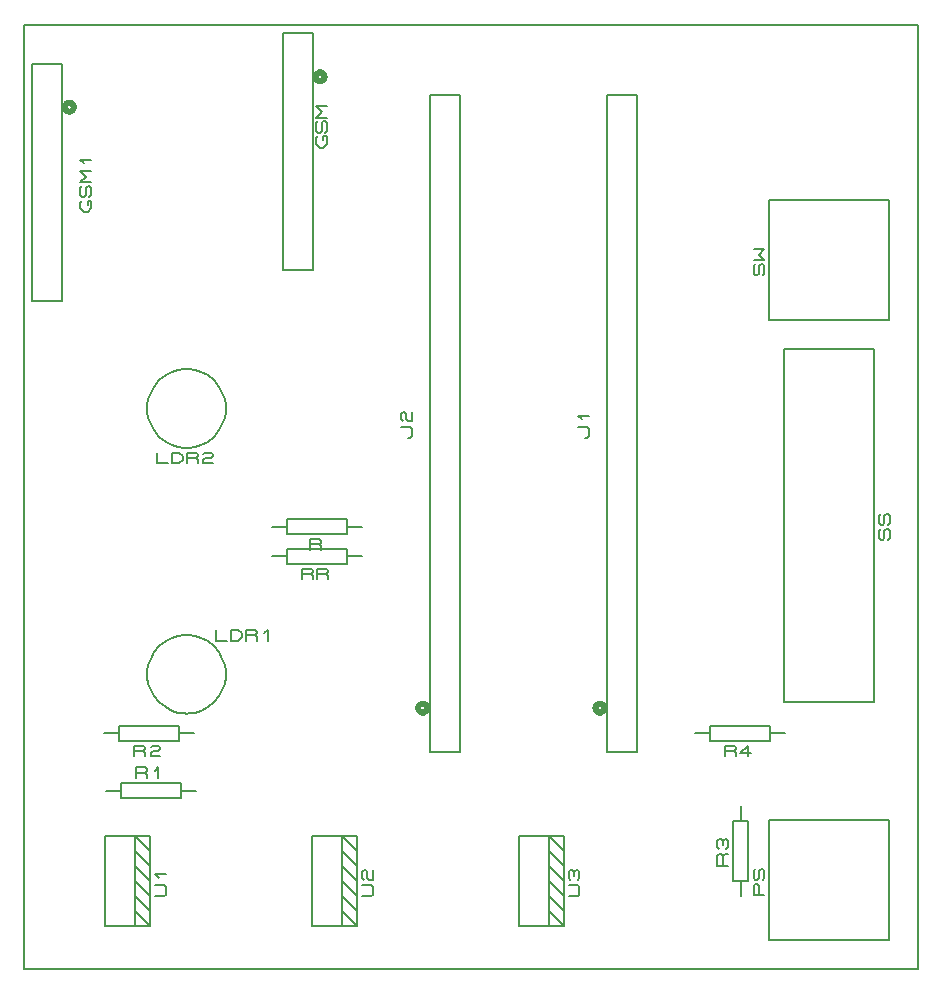
<source format=gbr>
G04 PROTEUS GERBER X2 FILE*
%TF.GenerationSoftware,Labcenter,Proteus,8.13-SP0-Build31525*%
%TF.CreationDate,2023-11-07T11:20:44+00:00*%
%TF.FileFunction,Legend,Top*%
%TF.FilePolarity,Positive*%
%TF.Part,Single*%
%TF.SameCoordinates,{293bebe2-65df-4ac3-85a1-89f43b831825}*%
%FSLAX45Y45*%
%MOMM*%
G01*
%TA.AperFunction,Material*%
%ADD17C,0.203200*%
%ADD18C,0.508000*%
%ADD19C,0.152400*%
%TD.AperFunction*%
D17*
X-13320000Y+2754000D02*
X-5750000Y+2754000D01*
X-5750000Y+10750000D01*
X-13320000Y+10750000D01*
X-13320000Y+2754000D01*
D18*
X-10771400Y+10308000D02*
X-10771531Y+10311158D01*
X-10772597Y+10317476D01*
X-10774828Y+10323794D01*
X-10778473Y+10330112D01*
X-10784048Y+10336351D01*
X-10790366Y+10340947D01*
X-10796684Y+10343880D01*
X-10803002Y+10345542D01*
X-10809320Y+10346100D01*
X-10809500Y+10346100D01*
X-10847600Y+10308000D02*
X-10847469Y+10311158D01*
X-10846403Y+10317476D01*
X-10844172Y+10323794D01*
X-10840527Y+10330112D01*
X-10834952Y+10336351D01*
X-10828634Y+10340947D01*
X-10822316Y+10343880D01*
X-10815998Y+10345542D01*
X-10809680Y+10346100D01*
X-10809500Y+10346100D01*
X-10847600Y+10308000D02*
X-10847469Y+10304842D01*
X-10846403Y+10298524D01*
X-10844172Y+10292206D01*
X-10840527Y+10285888D01*
X-10834952Y+10279649D01*
X-10828634Y+10275053D01*
X-10822316Y+10272120D01*
X-10815998Y+10270458D01*
X-10809680Y+10269900D01*
X-10809500Y+10269900D01*
X-10771400Y+10308000D02*
X-10771531Y+10304842D01*
X-10772597Y+10298524D01*
X-10774828Y+10292206D01*
X-10778473Y+10285888D01*
X-10784048Y+10279649D01*
X-10790366Y+10275053D01*
X-10796684Y+10272120D01*
X-10803002Y+10270458D01*
X-10809320Y+10269900D01*
X-10809500Y+10269900D01*
D19*
X-11127000Y+10676300D02*
X-11127000Y+8669700D01*
X-10873000Y+8669700D01*
X-10873000Y+10676300D01*
X-11127000Y+10676300D01*
D17*
X-10781560Y+9773000D02*
X-10781560Y+9804750D01*
X-10751080Y+9804750D01*
X-10751080Y+9741250D01*
X-10781560Y+9709500D01*
X-10812040Y+9709500D01*
X-10842520Y+9741250D01*
X-10842520Y+9788875D01*
X-10827280Y+9804750D01*
X-10766320Y+9836500D02*
X-10751080Y+9852375D01*
X-10751080Y+9915875D01*
X-10766320Y+9931750D01*
X-10781560Y+9931750D01*
X-10796800Y+9915875D01*
X-10796800Y+9852375D01*
X-10812040Y+9836500D01*
X-10827280Y+9836500D01*
X-10842520Y+9852375D01*
X-10842520Y+9915875D01*
X-10827280Y+9931750D01*
X-10751080Y+9963500D02*
X-10842520Y+9963500D01*
X-10796800Y+10011125D01*
X-10842520Y+10058750D01*
X-10751080Y+10058750D01*
X-7008000Y+3000000D02*
X-5992000Y+3000000D01*
X-7008000Y+4016000D02*
X-5992000Y+4016000D01*
X-5992000Y+3000000D02*
X-5992000Y+4016000D01*
X-7008000Y+3000000D02*
X-7008000Y+4016000D01*
X-7048640Y+3381000D02*
X-7140080Y+3381000D01*
X-7140080Y+3460375D01*
X-7124840Y+3476250D01*
X-7109600Y+3476250D01*
X-7094360Y+3460375D01*
X-7094360Y+3381000D01*
X-7063880Y+3508000D02*
X-7048640Y+3523875D01*
X-7048640Y+3587375D01*
X-7063880Y+3603250D01*
X-7079120Y+3603250D01*
X-7094360Y+3587375D01*
X-7094360Y+3523875D01*
X-7109600Y+3508000D01*
X-7124840Y+3508000D01*
X-7140080Y+3523875D01*
X-7140080Y+3587375D01*
X-7124840Y+3603250D01*
X-6881000Y+8004000D02*
X-6119000Y+8004000D01*
X-6119000Y+5019500D02*
X-6881000Y+5019500D01*
X-6119000Y+8004000D02*
X-6119000Y+5019500D01*
X-6881000Y+5019500D02*
X-6881000Y+8004000D01*
X-6002160Y+6384750D02*
X-5986920Y+6400625D01*
X-5986920Y+6464125D01*
X-6002160Y+6480000D01*
X-6017400Y+6480000D01*
X-6032640Y+6464125D01*
X-6032640Y+6400625D01*
X-6047880Y+6384750D01*
X-6063120Y+6384750D01*
X-6078360Y+6400625D01*
X-6078360Y+6464125D01*
X-6063120Y+6480000D01*
X-6002160Y+6511750D02*
X-5986920Y+6527625D01*
X-5986920Y+6591125D01*
X-6002160Y+6607000D01*
X-6017400Y+6607000D01*
X-6032640Y+6591125D01*
X-6032640Y+6527625D01*
X-6047880Y+6511750D01*
X-6063120Y+6511750D01*
X-6078360Y+6527625D01*
X-6078360Y+6591125D01*
X-6063120Y+6607000D01*
X-7008000Y+8246000D02*
X-5992000Y+8246000D01*
X-7008000Y+9262000D02*
X-5992000Y+9262000D01*
X-5992000Y+8246000D02*
X-5992000Y+9262000D01*
X-7008000Y+8246000D02*
X-7008000Y+9262000D01*
X-7063880Y+8627000D02*
X-7048640Y+8642875D01*
X-7048640Y+8706375D01*
X-7063880Y+8722250D01*
X-7079120Y+8722250D01*
X-7094360Y+8706375D01*
X-7094360Y+8642875D01*
X-7109600Y+8627000D01*
X-7124840Y+8627000D01*
X-7140080Y+8642875D01*
X-7140080Y+8706375D01*
X-7124840Y+8722250D01*
X-7140080Y+8754000D02*
X-7048640Y+8754000D01*
X-7094360Y+8801625D01*
X-7048640Y+8849250D01*
X-7140080Y+8849250D01*
X-10877000Y+3115000D02*
X-10623000Y+3115000D01*
X-10623000Y+3877000D01*
X-10877000Y+3877000D01*
X-10877000Y+3115000D01*
X-10623000Y+3877000D02*
X-10496000Y+3877000D01*
X-10496000Y+3115000D01*
X-10623000Y+3115000D01*
X-10623000Y+3877000D02*
X-10496000Y+3750000D01*
X-10623000Y+3750000D02*
X-10496000Y+3623000D01*
X-10623000Y+3623000D02*
X-10496000Y+3496000D01*
X-10623000Y+3496000D02*
X-10496000Y+3369000D01*
X-10623000Y+3369000D02*
X-10496000Y+3242000D01*
X-10623000Y+3242000D02*
X-10496000Y+3115000D01*
X-10455360Y+3369000D02*
X-10379160Y+3369000D01*
X-10363920Y+3384875D01*
X-10363920Y+3448375D01*
X-10379160Y+3464250D01*
X-10455360Y+3464250D01*
X-10440120Y+3511875D02*
X-10455360Y+3527750D01*
X-10455360Y+3575375D01*
X-10440120Y+3591250D01*
X-10424880Y+3591250D01*
X-10409640Y+3575375D01*
X-10409640Y+3527750D01*
X-10394400Y+3511875D01*
X-10363920Y+3511875D01*
X-10363920Y+3591250D01*
X-9127000Y+3115000D02*
X-8873000Y+3115000D01*
X-8873000Y+3877000D01*
X-9127000Y+3877000D01*
X-9127000Y+3115000D01*
X-8873000Y+3877000D02*
X-8746000Y+3877000D01*
X-8746000Y+3115000D01*
X-8873000Y+3115000D01*
X-8873000Y+3877000D02*
X-8746000Y+3750000D01*
X-8873000Y+3750000D02*
X-8746000Y+3623000D01*
X-8873000Y+3623000D02*
X-8746000Y+3496000D01*
X-8873000Y+3496000D02*
X-8746000Y+3369000D01*
X-8873000Y+3369000D02*
X-8746000Y+3242000D01*
X-8873000Y+3242000D02*
X-8746000Y+3115000D01*
X-8705360Y+3369000D02*
X-8629160Y+3369000D01*
X-8613920Y+3384875D01*
X-8613920Y+3448375D01*
X-8629160Y+3464250D01*
X-8705360Y+3464250D01*
X-8690120Y+3511875D02*
X-8705360Y+3527750D01*
X-8705360Y+3575375D01*
X-8690120Y+3591250D01*
X-8674880Y+3591250D01*
X-8659640Y+3575375D01*
X-8644400Y+3591250D01*
X-8629160Y+3591250D01*
X-8613920Y+3575375D01*
X-8613920Y+3527750D01*
X-8629160Y+3511875D01*
X-8659640Y+3543625D02*
X-8659640Y+3575375D01*
X-12627000Y+3115000D02*
X-12373000Y+3115000D01*
X-12373000Y+3877000D01*
X-12627000Y+3877000D01*
X-12627000Y+3115000D01*
X-12373000Y+3877000D02*
X-12246000Y+3877000D01*
X-12246000Y+3115000D01*
X-12373000Y+3115000D01*
X-12373000Y+3877000D02*
X-12246000Y+3750000D01*
X-12373000Y+3750000D02*
X-12246000Y+3623000D01*
X-12373000Y+3623000D02*
X-12246000Y+3496000D01*
X-12373000Y+3496000D02*
X-12246000Y+3369000D01*
X-12373000Y+3369000D02*
X-12246000Y+3242000D01*
X-12373000Y+3242000D02*
X-12246000Y+3115000D01*
X-12205360Y+3369000D02*
X-12129160Y+3369000D01*
X-12113920Y+3384875D01*
X-12113920Y+3448375D01*
X-12129160Y+3464250D01*
X-12205360Y+3464250D01*
X-12174880Y+3527750D02*
X-12205360Y+3559500D01*
X-12113920Y+3559500D01*
X-12623000Y+4266000D02*
X-12496000Y+4266000D01*
X-12496000Y+4202500D02*
X-11988000Y+4202500D01*
X-11988000Y+4329500D01*
X-12496000Y+4329500D01*
X-12496000Y+4202500D01*
X-11988000Y+4266000D02*
X-11861000Y+4266000D01*
X-12369000Y+4370140D02*
X-12369000Y+4461580D01*
X-12289625Y+4461580D01*
X-12273750Y+4446340D01*
X-12273750Y+4431100D01*
X-12289625Y+4415860D01*
X-12369000Y+4415860D01*
X-12289625Y+4415860D02*
X-12273750Y+4400620D01*
X-12273750Y+4370140D01*
X-12210250Y+4431100D02*
X-12178500Y+4461580D01*
X-12178500Y+4370140D01*
X-10453000Y+6500000D02*
X-10580000Y+6500000D01*
X-11088000Y+6436500D02*
X-10580000Y+6436500D01*
X-10580000Y+6563500D01*
X-11088000Y+6563500D01*
X-11088000Y+6436500D01*
X-11088000Y+6500000D02*
X-11215000Y+6500000D01*
X-10897500Y+6304420D02*
X-10897500Y+6395860D01*
X-10818125Y+6395860D01*
X-10802250Y+6380620D01*
X-10802250Y+6365380D01*
X-10818125Y+6350140D01*
X-10897500Y+6350140D01*
X-10818125Y+6350140D02*
X-10802250Y+6334900D01*
X-10802250Y+6304420D01*
X-11608634Y+7500000D02*
X-11609694Y+7526500D01*
X-11618297Y+7579502D01*
X-11636234Y+7632504D01*
X-11665323Y+7685506D01*
X-11709679Y+7738446D01*
X-11762681Y+7780206D01*
X-11815683Y+7807499D01*
X-11868685Y+7824003D01*
X-11921687Y+7831332D01*
X-11940500Y+7831866D01*
X-12272366Y+7500000D02*
X-12271306Y+7526500D01*
X-12262703Y+7579502D01*
X-12244766Y+7632504D01*
X-12215677Y+7685506D01*
X-12171321Y+7738446D01*
X-12118319Y+7780206D01*
X-12065317Y+7807499D01*
X-12012315Y+7824003D01*
X-11959313Y+7831332D01*
X-11940500Y+7831866D01*
X-12272366Y+7500000D02*
X-12271306Y+7473500D01*
X-12262703Y+7420498D01*
X-12244766Y+7367496D01*
X-12215677Y+7314494D01*
X-12171321Y+7261554D01*
X-12118319Y+7219794D01*
X-12065317Y+7192501D01*
X-12012315Y+7175997D01*
X-11959313Y+7168668D01*
X-11940500Y+7168134D01*
X-11608634Y+7500000D02*
X-11609694Y+7473500D01*
X-11618297Y+7420498D01*
X-11636234Y+7367496D01*
X-11665323Y+7314494D01*
X-11709679Y+7261554D01*
X-11762681Y+7219794D01*
X-11815683Y+7192501D01*
X-11868685Y+7175997D01*
X-11921687Y+7168668D01*
X-11940500Y+7168134D01*
X-12194500Y+7127494D02*
X-12194500Y+7036054D01*
X-12099250Y+7036054D01*
X-12067500Y+7036054D02*
X-12067500Y+7127494D01*
X-12004000Y+7127494D01*
X-11972250Y+7097014D01*
X-11972250Y+7066534D01*
X-12004000Y+7036054D01*
X-12067500Y+7036054D01*
X-11940500Y+7036054D02*
X-11940500Y+7127494D01*
X-11861125Y+7127494D01*
X-11845250Y+7112254D01*
X-11845250Y+7097014D01*
X-11861125Y+7081774D01*
X-11940500Y+7081774D01*
X-11861125Y+7081774D02*
X-11845250Y+7066534D01*
X-11845250Y+7036054D01*
X-11797625Y+7112254D02*
X-11781750Y+7127494D01*
X-11734125Y+7127494D01*
X-11718250Y+7112254D01*
X-11718250Y+7097014D01*
X-11734125Y+7081774D01*
X-11781750Y+7081774D01*
X-11797625Y+7066534D01*
X-11797625Y+7036054D01*
X-11718250Y+7036054D01*
X-11608634Y+5250000D02*
X-11609694Y+5276500D01*
X-11618297Y+5329502D01*
X-11636234Y+5382504D01*
X-11665323Y+5435506D01*
X-11709679Y+5488446D01*
X-11762681Y+5530206D01*
X-11815683Y+5557499D01*
X-11868685Y+5574003D01*
X-11921687Y+5581332D01*
X-11940500Y+5581866D01*
X-12272366Y+5250000D02*
X-12271306Y+5276500D01*
X-12262703Y+5329502D01*
X-12244766Y+5382504D01*
X-12215677Y+5435506D01*
X-12171321Y+5488446D01*
X-12118319Y+5530206D01*
X-12065317Y+5557499D01*
X-12012315Y+5574003D01*
X-11959313Y+5581332D01*
X-11940500Y+5581866D01*
X-12272366Y+5250000D02*
X-12271306Y+5223500D01*
X-12262703Y+5170498D01*
X-12244766Y+5117496D01*
X-12215677Y+5064494D01*
X-12171321Y+5011554D01*
X-12118319Y+4969794D01*
X-12065317Y+4942501D01*
X-12012315Y+4925997D01*
X-11959313Y+4918668D01*
X-11940500Y+4918134D01*
X-11608634Y+5250000D02*
X-11609694Y+5223500D01*
X-11618297Y+5170498D01*
X-11636234Y+5117496D01*
X-11665323Y+5064494D01*
X-11709679Y+5011554D01*
X-11762681Y+4969794D01*
X-11815683Y+4942501D01*
X-11868685Y+4925997D01*
X-11921687Y+4918668D01*
X-11940500Y+4918134D01*
X-11694500Y+5627494D02*
X-11694500Y+5536054D01*
X-11599250Y+5536054D01*
X-11567500Y+5536054D02*
X-11567500Y+5627494D01*
X-11504000Y+5627494D01*
X-11472250Y+5597014D01*
X-11472250Y+5566534D01*
X-11504000Y+5536054D01*
X-11567500Y+5536054D01*
X-11440500Y+5536054D02*
X-11440500Y+5627494D01*
X-11361125Y+5627494D01*
X-11345250Y+5612254D01*
X-11345250Y+5597014D01*
X-11361125Y+5581774D01*
X-11440500Y+5581774D01*
X-11361125Y+5581774D02*
X-11345250Y+5566534D01*
X-11345250Y+5536054D01*
X-11281750Y+5597014D02*
X-11250000Y+5627494D01*
X-11250000Y+5536054D01*
X-10457000Y+6250000D02*
X-10584000Y+6250000D01*
X-11092000Y+6186500D02*
X-10584000Y+6186500D01*
X-10584000Y+6313500D01*
X-11092000Y+6313500D01*
X-11092000Y+6186500D01*
X-11092000Y+6250000D02*
X-11219000Y+6250000D01*
X-10965000Y+6054420D02*
X-10965000Y+6145860D01*
X-10885625Y+6145860D01*
X-10869750Y+6130620D01*
X-10869750Y+6115380D01*
X-10885625Y+6100140D01*
X-10965000Y+6100140D01*
X-10885625Y+6100140D02*
X-10869750Y+6084900D01*
X-10869750Y+6054420D01*
X-10838000Y+6054420D02*
X-10838000Y+6145860D01*
X-10758625Y+6145860D01*
X-10742750Y+6130620D01*
X-10742750Y+6115380D01*
X-10758625Y+6100140D01*
X-10838000Y+6100140D01*
X-10758625Y+6100140D02*
X-10742750Y+6084900D01*
X-10742750Y+6054420D01*
D18*
X-8402400Y+4964000D02*
X-8402531Y+4967158D01*
X-8403597Y+4973476D01*
X-8405828Y+4979794D01*
X-8409473Y+4986112D01*
X-8415048Y+4992351D01*
X-8421366Y+4996947D01*
X-8427684Y+4999880D01*
X-8434002Y+5001542D01*
X-8440320Y+5002100D01*
X-8440500Y+5002100D01*
X-8478600Y+4964000D02*
X-8478469Y+4967158D01*
X-8477403Y+4973476D01*
X-8475172Y+4979794D01*
X-8471527Y+4986112D01*
X-8465952Y+4992351D01*
X-8459634Y+4996947D01*
X-8453316Y+4999880D01*
X-8446998Y+5001542D01*
X-8440680Y+5002100D01*
X-8440500Y+5002100D01*
X-8478600Y+4964000D02*
X-8478469Y+4960842D01*
X-8477403Y+4954524D01*
X-8475172Y+4948206D01*
X-8471527Y+4941888D01*
X-8465952Y+4935649D01*
X-8459634Y+4931053D01*
X-8453316Y+4928120D01*
X-8446998Y+4926458D01*
X-8440680Y+4925900D01*
X-8440500Y+4925900D01*
X-8402400Y+4964000D02*
X-8402531Y+4960842D01*
X-8403597Y+4954524D01*
X-8405828Y+4948206D01*
X-8409473Y+4941888D01*
X-8415048Y+4935649D01*
X-8421366Y+4931053D01*
X-8427684Y+4928120D01*
X-8434002Y+4926458D01*
X-8440320Y+4925900D01*
X-8440500Y+4925900D01*
D19*
X-8123000Y+4595700D02*
X-8123000Y+10158300D01*
X-8377000Y+10158300D01*
X-8377000Y+4595700D01*
X-8123000Y+4595700D01*
D17*
X-8564960Y+7250000D02*
X-8549720Y+7250000D01*
X-8534480Y+7265875D01*
X-8534480Y+7329375D01*
X-8549720Y+7345250D01*
X-8625920Y+7345250D01*
X-8595440Y+7408750D02*
X-8625920Y+7440500D01*
X-8534480Y+7440500D01*
D18*
X-9902400Y+4964000D02*
X-9902531Y+4967158D01*
X-9903597Y+4973476D01*
X-9905828Y+4979794D01*
X-9909473Y+4986112D01*
X-9915048Y+4992351D01*
X-9921366Y+4996947D01*
X-9927684Y+4999880D01*
X-9934002Y+5001542D01*
X-9940320Y+5002100D01*
X-9940500Y+5002100D01*
X-9978600Y+4964000D02*
X-9978469Y+4967158D01*
X-9977403Y+4973476D01*
X-9975172Y+4979794D01*
X-9971527Y+4986112D01*
X-9965952Y+4992351D01*
X-9959634Y+4996947D01*
X-9953316Y+4999880D01*
X-9946998Y+5001542D01*
X-9940680Y+5002100D01*
X-9940500Y+5002100D01*
X-9978600Y+4964000D02*
X-9978469Y+4960842D01*
X-9977403Y+4954524D01*
X-9975172Y+4948206D01*
X-9971527Y+4941888D01*
X-9965952Y+4935649D01*
X-9959634Y+4931053D01*
X-9953316Y+4928120D01*
X-9946998Y+4926458D01*
X-9940680Y+4925900D01*
X-9940500Y+4925900D01*
X-9902400Y+4964000D02*
X-9902531Y+4960842D01*
X-9903597Y+4954524D01*
X-9905828Y+4948206D01*
X-9909473Y+4941888D01*
X-9915048Y+4935649D01*
X-9921366Y+4931053D01*
X-9927684Y+4928120D01*
X-9934002Y+4926458D01*
X-9940320Y+4925900D01*
X-9940500Y+4925900D01*
D19*
X-9623000Y+4595700D02*
X-9623000Y+10158300D01*
X-9877000Y+10158300D01*
X-9877000Y+4595700D01*
X-9623000Y+4595700D01*
D17*
X-10064960Y+7250000D02*
X-10049720Y+7250000D01*
X-10034480Y+7265875D01*
X-10034480Y+7329375D01*
X-10049720Y+7345250D01*
X-10125920Y+7345250D01*
X-10110680Y+7392875D02*
X-10125920Y+7408750D01*
X-10125920Y+7456375D01*
X-10110680Y+7472250D01*
X-10095440Y+7472250D01*
X-10080200Y+7456375D01*
X-10080200Y+7408750D01*
X-10064960Y+7392875D01*
X-10034480Y+7392875D01*
X-10034480Y+7472250D01*
X-6873000Y+4750000D02*
X-7000000Y+4750000D01*
X-7508000Y+4686500D02*
X-7000000Y+4686500D01*
X-7000000Y+4813500D01*
X-7508000Y+4813500D01*
X-7508000Y+4686500D01*
X-7508000Y+4750000D02*
X-7635000Y+4750000D01*
X-7381000Y+4554420D02*
X-7381000Y+4645860D01*
X-7301625Y+4645860D01*
X-7285750Y+4630620D01*
X-7285750Y+4615380D01*
X-7301625Y+4600140D01*
X-7381000Y+4600140D01*
X-7301625Y+4600140D02*
X-7285750Y+4584900D01*
X-7285750Y+4554420D01*
X-7158750Y+4584900D02*
X-7254000Y+4584900D01*
X-7190500Y+4645860D01*
X-7190500Y+4554420D01*
X-11877000Y+4750000D02*
X-12004000Y+4750000D01*
X-12512000Y+4686500D02*
X-12004000Y+4686500D01*
X-12004000Y+4813500D01*
X-12512000Y+4813500D01*
X-12512000Y+4686500D01*
X-12512000Y+4750000D02*
X-12639000Y+4750000D01*
X-12385000Y+4554420D02*
X-12385000Y+4645860D01*
X-12305625Y+4645860D01*
X-12289750Y+4630620D01*
X-12289750Y+4615380D01*
X-12305625Y+4600140D01*
X-12385000Y+4600140D01*
X-12305625Y+4600140D02*
X-12289750Y+4584900D01*
X-12289750Y+4554420D01*
X-12242125Y+4630620D02*
X-12226250Y+4645860D01*
X-12178625Y+4645860D01*
X-12162750Y+4630620D01*
X-12162750Y+4615380D01*
X-12178625Y+4600140D01*
X-12226250Y+4600140D01*
X-12242125Y+4584900D01*
X-12242125Y+4554420D01*
X-12162750Y+4554420D01*
X-7250000Y+3377000D02*
X-7250000Y+3504000D01*
X-7313500Y+3504000D02*
X-7186500Y+3504000D01*
X-7186500Y+4012000D01*
X-7313500Y+4012000D01*
X-7313500Y+3504000D01*
X-7250000Y+4012000D02*
X-7250000Y+4139000D01*
X-7354140Y+3631000D02*
X-7445580Y+3631000D01*
X-7445580Y+3710375D01*
X-7430340Y+3726250D01*
X-7415100Y+3726250D01*
X-7399860Y+3710375D01*
X-7399860Y+3631000D01*
X-7399860Y+3710375D02*
X-7384620Y+3726250D01*
X-7354140Y+3726250D01*
X-7430340Y+3773875D02*
X-7445580Y+3789750D01*
X-7445580Y+3837375D01*
X-7430340Y+3853250D01*
X-7415100Y+3853250D01*
X-7399860Y+3837375D01*
X-7384620Y+3853250D01*
X-7369380Y+3853250D01*
X-7354140Y+3837375D01*
X-7354140Y+3789750D01*
X-7369380Y+3773875D01*
X-7399860Y+3805625D02*
X-7399860Y+3837375D01*
D18*
X-12895400Y+10052000D02*
X-12895531Y+10055158D01*
X-12896597Y+10061476D01*
X-12898828Y+10067794D01*
X-12902473Y+10074112D01*
X-12908048Y+10080351D01*
X-12914366Y+10084947D01*
X-12920684Y+10087880D01*
X-12927002Y+10089542D01*
X-12933320Y+10090100D01*
X-12933500Y+10090100D01*
X-12971600Y+10052000D02*
X-12971469Y+10055158D01*
X-12970403Y+10061476D01*
X-12968172Y+10067794D01*
X-12964527Y+10074112D01*
X-12958952Y+10080351D01*
X-12952634Y+10084947D01*
X-12946316Y+10087880D01*
X-12939998Y+10089542D01*
X-12933680Y+10090100D01*
X-12933500Y+10090100D01*
X-12971600Y+10052000D02*
X-12971469Y+10048842D01*
X-12970403Y+10042524D01*
X-12968172Y+10036206D01*
X-12964527Y+10029888D01*
X-12958952Y+10023649D01*
X-12952634Y+10019053D01*
X-12946316Y+10016120D01*
X-12939998Y+10014458D01*
X-12933680Y+10013900D01*
X-12933500Y+10013900D01*
X-12895400Y+10052000D02*
X-12895531Y+10048842D01*
X-12896597Y+10042524D01*
X-12898828Y+10036206D01*
X-12902473Y+10029888D01*
X-12908048Y+10023649D01*
X-12914366Y+10019053D01*
X-12920684Y+10016120D01*
X-12927002Y+10014458D01*
X-12933320Y+10013900D01*
X-12933500Y+10013900D01*
D19*
X-13251000Y+10420300D02*
X-13251000Y+8413700D01*
X-12997000Y+8413700D01*
X-12997000Y+10420300D01*
X-13251000Y+10420300D01*
D17*
X-12778560Y+9226500D02*
X-12778560Y+9258250D01*
X-12748080Y+9258250D01*
X-12748080Y+9194750D01*
X-12778560Y+9163000D01*
X-12809040Y+9163000D01*
X-12839520Y+9194750D01*
X-12839520Y+9242375D01*
X-12824280Y+9258250D01*
X-12763320Y+9290000D02*
X-12748080Y+9305875D01*
X-12748080Y+9369375D01*
X-12763320Y+9385250D01*
X-12778560Y+9385250D01*
X-12793800Y+9369375D01*
X-12793800Y+9305875D01*
X-12809040Y+9290000D01*
X-12824280Y+9290000D01*
X-12839520Y+9305875D01*
X-12839520Y+9369375D01*
X-12824280Y+9385250D01*
X-12748080Y+9417000D02*
X-12839520Y+9417000D01*
X-12793800Y+9464625D01*
X-12839520Y+9512250D01*
X-12748080Y+9512250D01*
X-12809040Y+9575750D02*
X-12839520Y+9607500D01*
X-12748080Y+9607500D01*
M02*

</source>
